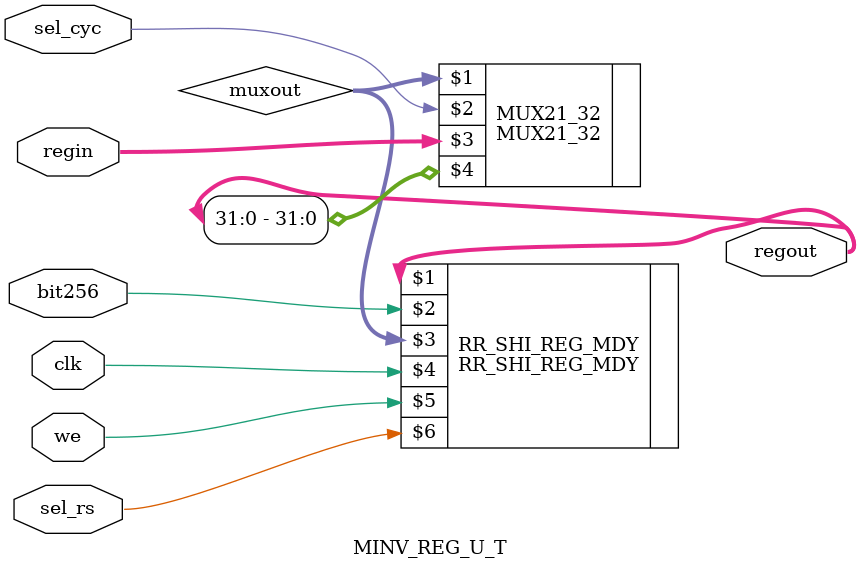
<source format=v>
module  MINV_REG_U_T(regout,bit256,regin,clk,we,sel_cyc,sel_rs);
  output [255:0] regout;
  input [31:0] regin;
  input  clk,we,sel_cyc,sel_rs,bit256;
  wire [31:0] muxout;        

  //sel_cyc=0,select regin;sel_cyc=1,select regout[31:0].
  MUX21_32  MUX21_32(muxout,sel_cyc,regin,regout[31:0]);
  
  //sel_rs=0,select muxout;sel_rs=1,select right shift 1bit.
  RR_SHI_REG_MDY  RR_SHI_REG_MDY(regout,bit256,muxout,clk,we,sel_rs);
endmodule
</source>
